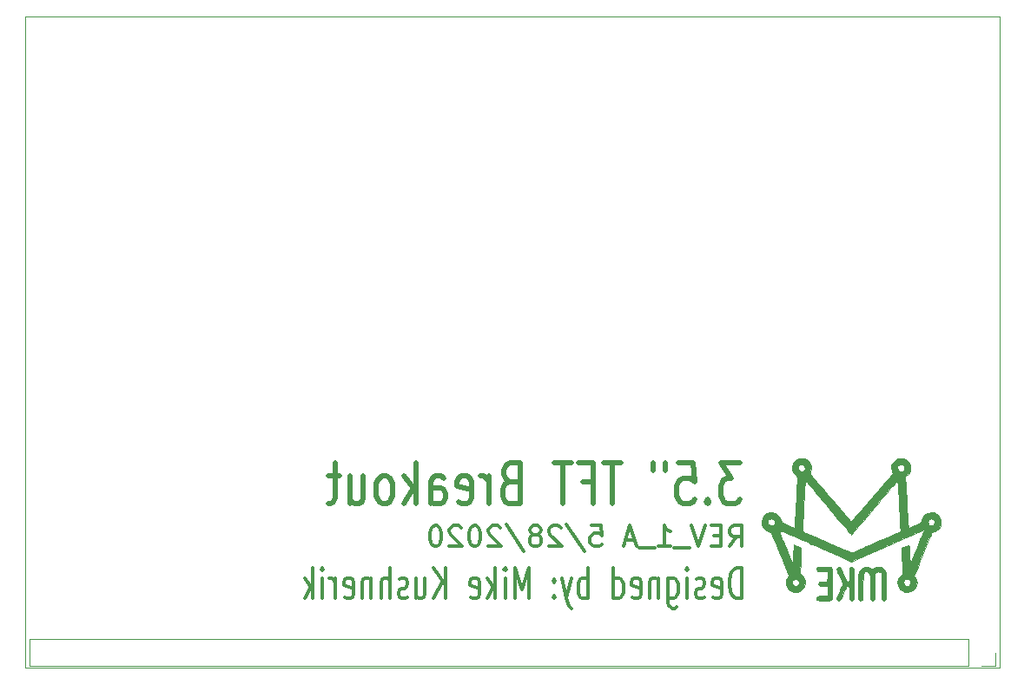
<source format=gbr>
G04 #@! TF.GenerationSoftware,KiCad,Pcbnew,(5.1.5)-3*
G04 #@! TF.CreationDate,2020-05-28T15:20:15-05:00*
G04 #@! TF.ProjectId,37P_TFT_Breakout,3337505f-5446-4545-9f42-7265616b6f75,rev?*
G04 #@! TF.SameCoordinates,Original*
G04 #@! TF.FileFunction,Legend,Bot*
G04 #@! TF.FilePolarity,Positive*
%FSLAX46Y46*%
G04 Gerber Fmt 4.6, Leading zero omitted, Abs format (unit mm)*
G04 Created by KiCad (PCBNEW (5.1.5)-3) date 2020-05-28 15:20:15*
%MOMM*%
%LPD*%
G04 APERTURE LIST*
%ADD10C,0.300000*%
%ADD11C,0.500000*%
G04 #@! TA.AperFunction,Profile*
%ADD12C,0.120000*%
G04 #@! TD*
%ADD13C,0.010000*%
%ADD14C,0.120000*%
G04 APERTURE END LIST*
D10*
X172343909Y-126711342D02*
X172343909Y-123711342D01*
X171867719Y-123711342D01*
X171582004Y-123854200D01*
X171391528Y-124139914D01*
X171296290Y-124425628D01*
X171201052Y-124997057D01*
X171201052Y-125425628D01*
X171296290Y-125997057D01*
X171391528Y-126282771D01*
X171582004Y-126568485D01*
X171867719Y-126711342D01*
X172343909Y-126711342D01*
X169582004Y-126568485D02*
X169772480Y-126711342D01*
X170153433Y-126711342D01*
X170343909Y-126568485D01*
X170439147Y-126282771D01*
X170439147Y-125139914D01*
X170343909Y-124854200D01*
X170153433Y-124711342D01*
X169772480Y-124711342D01*
X169582004Y-124854200D01*
X169486766Y-125139914D01*
X169486766Y-125425628D01*
X170439147Y-125711342D01*
X168724861Y-126568485D02*
X168534385Y-126711342D01*
X168153433Y-126711342D01*
X167962957Y-126568485D01*
X167867719Y-126282771D01*
X167867719Y-126139914D01*
X167962957Y-125854200D01*
X168153433Y-125711342D01*
X168439147Y-125711342D01*
X168629623Y-125568485D01*
X168724861Y-125282771D01*
X168724861Y-125139914D01*
X168629623Y-124854200D01*
X168439147Y-124711342D01*
X168153433Y-124711342D01*
X167962957Y-124854200D01*
X167010576Y-126711342D02*
X167010576Y-124711342D01*
X167010576Y-123711342D02*
X167105814Y-123854200D01*
X167010576Y-123997057D01*
X166915338Y-123854200D01*
X167010576Y-123711342D01*
X167010576Y-123997057D01*
X165201052Y-124711342D02*
X165201052Y-127139914D01*
X165296290Y-127425628D01*
X165391528Y-127568485D01*
X165582004Y-127711342D01*
X165867719Y-127711342D01*
X166058195Y-127568485D01*
X165201052Y-126568485D02*
X165391528Y-126711342D01*
X165772480Y-126711342D01*
X165962957Y-126568485D01*
X166058195Y-126425628D01*
X166153433Y-126139914D01*
X166153433Y-125282771D01*
X166058195Y-124997057D01*
X165962957Y-124854200D01*
X165772480Y-124711342D01*
X165391528Y-124711342D01*
X165201052Y-124854200D01*
X164248671Y-124711342D02*
X164248671Y-126711342D01*
X164248671Y-124997057D02*
X164153433Y-124854200D01*
X163962957Y-124711342D01*
X163677242Y-124711342D01*
X163486766Y-124854200D01*
X163391528Y-125139914D01*
X163391528Y-126711342D01*
X161677242Y-126568485D02*
X161867719Y-126711342D01*
X162248671Y-126711342D01*
X162439147Y-126568485D01*
X162534385Y-126282771D01*
X162534385Y-125139914D01*
X162439147Y-124854200D01*
X162248671Y-124711342D01*
X161867719Y-124711342D01*
X161677242Y-124854200D01*
X161582004Y-125139914D01*
X161582004Y-125425628D01*
X162534385Y-125711342D01*
X159867719Y-126711342D02*
X159867719Y-123711342D01*
X159867719Y-126568485D02*
X160058195Y-126711342D01*
X160439147Y-126711342D01*
X160629623Y-126568485D01*
X160724861Y-126425628D01*
X160820100Y-126139914D01*
X160820100Y-125282771D01*
X160724861Y-124997057D01*
X160629623Y-124854200D01*
X160439147Y-124711342D01*
X160058195Y-124711342D01*
X159867719Y-124854200D01*
X157391528Y-126711342D02*
X157391528Y-123711342D01*
X157391528Y-124854200D02*
X157201052Y-124711342D01*
X156820100Y-124711342D01*
X156629623Y-124854200D01*
X156534385Y-124997057D01*
X156439147Y-125282771D01*
X156439147Y-126139914D01*
X156534385Y-126425628D01*
X156629623Y-126568485D01*
X156820100Y-126711342D01*
X157201052Y-126711342D01*
X157391528Y-126568485D01*
X155772480Y-124711342D02*
X155296290Y-126711342D01*
X154820100Y-124711342D02*
X155296290Y-126711342D01*
X155486766Y-127425628D01*
X155582004Y-127568485D01*
X155772480Y-127711342D01*
X154058195Y-126425628D02*
X153962957Y-126568485D01*
X154058195Y-126711342D01*
X154153433Y-126568485D01*
X154058195Y-126425628D01*
X154058195Y-126711342D01*
X154058195Y-124854200D02*
X153962957Y-124997057D01*
X154058195Y-125139914D01*
X154153433Y-124997057D01*
X154058195Y-124854200D01*
X154058195Y-125139914D01*
X151582004Y-126711342D02*
X151582004Y-123711342D01*
X150915338Y-125854200D01*
X150248671Y-123711342D01*
X150248671Y-126711342D01*
X149296290Y-126711342D02*
X149296290Y-124711342D01*
X149296290Y-123711342D02*
X149391528Y-123854200D01*
X149296290Y-123997057D01*
X149201052Y-123854200D01*
X149296290Y-123711342D01*
X149296290Y-123997057D01*
X148343909Y-126711342D02*
X148343909Y-123711342D01*
X148153433Y-125568485D02*
X147582004Y-126711342D01*
X147582004Y-124711342D02*
X148343909Y-125854200D01*
X145962957Y-126568485D02*
X146153433Y-126711342D01*
X146534385Y-126711342D01*
X146724861Y-126568485D01*
X146820100Y-126282771D01*
X146820100Y-125139914D01*
X146724861Y-124854200D01*
X146534385Y-124711342D01*
X146153433Y-124711342D01*
X145962957Y-124854200D01*
X145867719Y-125139914D01*
X145867719Y-125425628D01*
X146820100Y-125711342D01*
X143486766Y-126711342D02*
X143486766Y-123711342D01*
X142343909Y-126711342D02*
X143201052Y-124997057D01*
X142343909Y-123711342D02*
X143486766Y-125425628D01*
X140629623Y-124711342D02*
X140629623Y-126711342D01*
X141486766Y-124711342D02*
X141486766Y-126282771D01*
X141391528Y-126568485D01*
X141201052Y-126711342D01*
X140915338Y-126711342D01*
X140724861Y-126568485D01*
X140629623Y-126425628D01*
X139772480Y-126568485D02*
X139582004Y-126711342D01*
X139201052Y-126711342D01*
X139010576Y-126568485D01*
X138915338Y-126282771D01*
X138915338Y-126139914D01*
X139010576Y-125854200D01*
X139201052Y-125711342D01*
X139486766Y-125711342D01*
X139677242Y-125568485D01*
X139772480Y-125282771D01*
X139772480Y-125139914D01*
X139677242Y-124854200D01*
X139486766Y-124711342D01*
X139201052Y-124711342D01*
X139010576Y-124854200D01*
X138058195Y-126711342D02*
X138058195Y-123711342D01*
X137201052Y-126711342D02*
X137201052Y-125139914D01*
X137296290Y-124854200D01*
X137486766Y-124711342D01*
X137772480Y-124711342D01*
X137962957Y-124854200D01*
X138058195Y-124997057D01*
X136248671Y-124711342D02*
X136248671Y-126711342D01*
X136248671Y-124997057D02*
X136153433Y-124854200D01*
X135962957Y-124711342D01*
X135677242Y-124711342D01*
X135486766Y-124854200D01*
X135391528Y-125139914D01*
X135391528Y-126711342D01*
X133677242Y-126568485D02*
X133867719Y-126711342D01*
X134248671Y-126711342D01*
X134439147Y-126568485D01*
X134534385Y-126282771D01*
X134534385Y-125139914D01*
X134439147Y-124854200D01*
X134248671Y-124711342D01*
X133867719Y-124711342D01*
X133677242Y-124854200D01*
X133582004Y-125139914D01*
X133582004Y-125425628D01*
X134534385Y-125711342D01*
X132724861Y-126711342D02*
X132724861Y-124711342D01*
X132724861Y-125282771D02*
X132629623Y-124997057D01*
X132534385Y-124854200D01*
X132343909Y-124711342D01*
X132153433Y-124711342D01*
X131486766Y-126711342D02*
X131486766Y-124711342D01*
X131486766Y-123711342D02*
X131582004Y-123854200D01*
X131486766Y-123997057D01*
X131391528Y-123854200D01*
X131486766Y-123711342D01*
X131486766Y-123997057D01*
X130534385Y-126711342D02*
X130534385Y-123711342D01*
X130343909Y-125568485D02*
X129772480Y-126711342D01*
X129772480Y-124711342D02*
X130534385Y-125854200D01*
X171201052Y-121610761D02*
X171867719Y-120658380D01*
X172343909Y-121610761D02*
X172343909Y-119610761D01*
X171582004Y-119610761D01*
X171391528Y-119706000D01*
X171296290Y-119801238D01*
X171201052Y-119991714D01*
X171201052Y-120277428D01*
X171296290Y-120467904D01*
X171391528Y-120563142D01*
X171582004Y-120658380D01*
X172343909Y-120658380D01*
X170343909Y-120563142D02*
X169677242Y-120563142D01*
X169391528Y-121610761D02*
X170343909Y-121610761D01*
X170343909Y-119610761D01*
X169391528Y-119610761D01*
X168820100Y-119610761D02*
X168153433Y-121610761D01*
X167486766Y-119610761D01*
X167296290Y-121801238D02*
X165772480Y-121801238D01*
X164248671Y-121610761D02*
X165391528Y-121610761D01*
X164820100Y-121610761D02*
X164820100Y-119610761D01*
X165010576Y-119896476D01*
X165201052Y-120086952D01*
X165391528Y-120182190D01*
X163867719Y-121801238D02*
X162343909Y-121801238D01*
X161962957Y-121039333D02*
X161010576Y-121039333D01*
X162153433Y-121610761D02*
X161486766Y-119610761D01*
X160820100Y-121610761D01*
X157677242Y-119610761D02*
X158629623Y-119610761D01*
X158724861Y-120563142D01*
X158629623Y-120467904D01*
X158439147Y-120372666D01*
X157962957Y-120372666D01*
X157772480Y-120467904D01*
X157677242Y-120563142D01*
X157582004Y-120753619D01*
X157582004Y-121229809D01*
X157677242Y-121420285D01*
X157772480Y-121515523D01*
X157962957Y-121610761D01*
X158439147Y-121610761D01*
X158629623Y-121515523D01*
X158724861Y-121420285D01*
X155296290Y-119515523D02*
X157010576Y-122086952D01*
X154724861Y-119801238D02*
X154629623Y-119706000D01*
X154439147Y-119610761D01*
X153962957Y-119610761D01*
X153772480Y-119706000D01*
X153677242Y-119801238D01*
X153582004Y-119991714D01*
X153582004Y-120182190D01*
X153677242Y-120467904D01*
X154820100Y-121610761D01*
X153582004Y-121610761D01*
X152439147Y-120467904D02*
X152629623Y-120372666D01*
X152724861Y-120277428D01*
X152820100Y-120086952D01*
X152820100Y-119991714D01*
X152724861Y-119801238D01*
X152629623Y-119706000D01*
X152439147Y-119610761D01*
X152058195Y-119610761D01*
X151867719Y-119706000D01*
X151772480Y-119801238D01*
X151677242Y-119991714D01*
X151677242Y-120086952D01*
X151772480Y-120277428D01*
X151867719Y-120372666D01*
X152058195Y-120467904D01*
X152439147Y-120467904D01*
X152629623Y-120563142D01*
X152724861Y-120658380D01*
X152820100Y-120848857D01*
X152820100Y-121229809D01*
X152724861Y-121420285D01*
X152629623Y-121515523D01*
X152439147Y-121610761D01*
X152058195Y-121610761D01*
X151867719Y-121515523D01*
X151772480Y-121420285D01*
X151677242Y-121229809D01*
X151677242Y-120848857D01*
X151772480Y-120658380D01*
X151867719Y-120563142D01*
X152058195Y-120467904D01*
X149391528Y-119515523D02*
X151105814Y-122086952D01*
X148820100Y-119801238D02*
X148724861Y-119706000D01*
X148534385Y-119610761D01*
X148058195Y-119610761D01*
X147867719Y-119706000D01*
X147772480Y-119801238D01*
X147677242Y-119991714D01*
X147677242Y-120182190D01*
X147772480Y-120467904D01*
X148915338Y-121610761D01*
X147677242Y-121610761D01*
X146439147Y-119610761D02*
X146248671Y-119610761D01*
X146058195Y-119706000D01*
X145962957Y-119801238D01*
X145867719Y-119991714D01*
X145772480Y-120372666D01*
X145772480Y-120848857D01*
X145867719Y-121229809D01*
X145962957Y-121420285D01*
X146058195Y-121515523D01*
X146248671Y-121610761D01*
X146439147Y-121610761D01*
X146629623Y-121515523D01*
X146724861Y-121420285D01*
X146820100Y-121229809D01*
X146915338Y-120848857D01*
X146915338Y-120372666D01*
X146820100Y-119991714D01*
X146724861Y-119801238D01*
X146629623Y-119706000D01*
X146439147Y-119610761D01*
X145010576Y-119801238D02*
X144915338Y-119706000D01*
X144724861Y-119610761D01*
X144248671Y-119610761D01*
X144058195Y-119706000D01*
X143962957Y-119801238D01*
X143867719Y-119991714D01*
X143867719Y-120182190D01*
X143962957Y-120467904D01*
X145105814Y-121610761D01*
X143867719Y-121610761D01*
X142629623Y-119610761D02*
X142439147Y-119610761D01*
X142248671Y-119706000D01*
X142153433Y-119801238D01*
X142058195Y-119991714D01*
X141962957Y-120372666D01*
X141962957Y-120848857D01*
X142058195Y-121229809D01*
X142153433Y-121420285D01*
X142248671Y-121515523D01*
X142439147Y-121610761D01*
X142629623Y-121610761D01*
X142820100Y-121515523D01*
X142915338Y-121420285D01*
X143010576Y-121229809D01*
X143105814Y-120848857D01*
X143105814Y-120372666D01*
X143010576Y-119991714D01*
X142915338Y-119801238D01*
X142820100Y-119706000D01*
X142629623Y-119610761D01*
D11*
X172185328Y-113435523D02*
X170328186Y-113435523D01*
X171328186Y-114959333D01*
X170899614Y-114959333D01*
X170613900Y-115149809D01*
X170471043Y-115340285D01*
X170328186Y-115721238D01*
X170328186Y-116673619D01*
X170471043Y-117054571D01*
X170613900Y-117245047D01*
X170899614Y-117435523D01*
X171756757Y-117435523D01*
X172042471Y-117245047D01*
X172185328Y-117054571D01*
X169042472Y-117054571D02*
X168899615Y-117245047D01*
X169042472Y-117435523D01*
X169185329Y-117245047D01*
X169042472Y-117054571D01*
X169042472Y-117435523D01*
X166185330Y-113435523D02*
X167613901Y-113435523D01*
X167756758Y-115340285D01*
X167613901Y-115149809D01*
X167328187Y-114959333D01*
X166613902Y-114959333D01*
X166328187Y-115149809D01*
X166185330Y-115340285D01*
X166042473Y-115721238D01*
X166042473Y-116673619D01*
X166185330Y-117054571D01*
X166328187Y-117245047D01*
X166613902Y-117435523D01*
X167328187Y-117435523D01*
X167613901Y-117245047D01*
X167756758Y-117054571D01*
X164899616Y-113435523D02*
X164899616Y-114197428D01*
X163756760Y-113435523D02*
X163756760Y-114197428D01*
X160613904Y-113435523D02*
X158899618Y-113435523D01*
X159756761Y-117435523D02*
X159756761Y-113435523D01*
X156899619Y-115340285D02*
X157899619Y-115340285D01*
X157899619Y-117435523D02*
X157899619Y-113435523D01*
X156471048Y-113435523D01*
X155756762Y-113435523D02*
X154042477Y-113435523D01*
X154899620Y-117435523D02*
X154899620Y-113435523D01*
X149756764Y-115340285D02*
X149328193Y-115530761D01*
X149185336Y-115721238D01*
X149042479Y-116102190D01*
X149042479Y-116673619D01*
X149185336Y-117054571D01*
X149328193Y-117245047D01*
X149613907Y-117435523D01*
X150756764Y-117435523D01*
X150756764Y-113435523D01*
X149756764Y-113435523D01*
X149471050Y-113626000D01*
X149328193Y-113816476D01*
X149185336Y-114197428D01*
X149185336Y-114578380D01*
X149328193Y-114959333D01*
X149471050Y-115149809D01*
X149756764Y-115340285D01*
X150756764Y-115340285D01*
X147756765Y-117435523D02*
X147756765Y-114768857D01*
X147756765Y-115530761D02*
X147613908Y-115149809D01*
X147471051Y-114959333D01*
X147185337Y-114768857D01*
X146899622Y-114768857D01*
X144756766Y-117245047D02*
X145042480Y-117435523D01*
X145613909Y-117435523D01*
X145899623Y-117245047D01*
X146042480Y-116864095D01*
X146042480Y-115340285D01*
X145899623Y-114959333D01*
X145613909Y-114768857D01*
X145042480Y-114768857D01*
X144756766Y-114959333D01*
X144613909Y-115340285D01*
X144613909Y-115721238D01*
X146042480Y-116102190D01*
X142042481Y-117435523D02*
X142042481Y-115340285D01*
X142185338Y-114959333D01*
X142471052Y-114768857D01*
X143042481Y-114768857D01*
X143328195Y-114959333D01*
X142042481Y-117245047D02*
X142328195Y-117435523D01*
X143042481Y-117435523D01*
X143328195Y-117245047D01*
X143471052Y-116864095D01*
X143471052Y-116483142D01*
X143328195Y-116102190D01*
X143042481Y-115911714D01*
X142328195Y-115911714D01*
X142042481Y-115721238D01*
X140613910Y-117435523D02*
X140613910Y-113435523D01*
X140328196Y-115911714D02*
X139471053Y-117435523D01*
X139471053Y-114768857D02*
X140613910Y-116292666D01*
X137756768Y-117435523D02*
X138042482Y-117245047D01*
X138185340Y-117054571D01*
X138328197Y-116673619D01*
X138328197Y-115530761D01*
X138185340Y-115149809D01*
X138042482Y-114959333D01*
X137756768Y-114768857D01*
X137328197Y-114768857D01*
X137042483Y-114959333D01*
X136899626Y-115149809D01*
X136756769Y-115530761D01*
X136756769Y-116673619D01*
X136899626Y-117054571D01*
X137042483Y-117245047D01*
X137328197Y-117435523D01*
X137756768Y-117435523D01*
X134185341Y-114768857D02*
X134185341Y-117435523D01*
X135471055Y-114768857D02*
X135471055Y-116864095D01*
X135328198Y-117245047D01*
X135042483Y-117435523D01*
X134613912Y-117435523D01*
X134328198Y-117245047D01*
X134185341Y-117054571D01*
X133185341Y-114768857D02*
X132042484Y-114768857D01*
X132756770Y-113435523D02*
X132756770Y-116864095D01*
X132613913Y-117245047D01*
X132328199Y-117435523D01*
X132042484Y-117435523D01*
D12*
X197500000Y-70000000D02*
X197500000Y-133500000D01*
X102500000Y-70000000D02*
X197500000Y-70000000D01*
X102500000Y-133500000D02*
X102500000Y-70000000D01*
X102500000Y-133500000D02*
X197500000Y-133500000D01*
D13*
G04 #@! TO.C,G\002A\002A\002A*
G36*
X187712459Y-113045455D02*
G01*
X187563067Y-113080110D01*
X187346293Y-113193717D01*
X187171605Y-113353507D01*
X187043512Y-113549309D01*
X186966522Y-113770950D01*
X186945143Y-114008261D01*
X186983885Y-114251069D01*
X187009761Y-114328387D01*
X187046661Y-114435498D01*
X187056470Y-114501173D01*
X187041078Y-114545195D01*
X187031646Y-114557350D01*
X187001963Y-114592181D01*
X186932424Y-114673876D01*
X186827054Y-114797704D01*
X186689880Y-114958934D01*
X186524926Y-115152833D01*
X186336219Y-115374670D01*
X186127784Y-115619713D01*
X185903646Y-115883229D01*
X185704760Y-116117067D01*
X185444390Y-116423073D01*
X185175462Y-116738906D01*
X184905119Y-117056188D01*
X184640508Y-117366545D01*
X184388771Y-117661600D01*
X184157054Y-117932977D01*
X183952501Y-118172300D01*
X183782257Y-118371195D01*
X183733997Y-118427493D01*
X183045012Y-119230854D01*
X181078750Y-116937360D01*
X180787139Y-116597054D01*
X180507561Y-116270472D01*
X180243245Y-115961403D01*
X179997418Y-115673635D01*
X179773310Y-115410960D01*
X179574147Y-115177166D01*
X179403159Y-114976042D01*
X179263574Y-114811378D01*
X179158619Y-114686963D01*
X179091524Y-114606587D01*
X179065857Y-114574572D01*
X179041799Y-114525264D01*
X179041646Y-114467862D01*
X179067234Y-114380333D01*
X179086330Y-114328676D01*
X179145346Y-114086156D01*
X179143876Y-113947345D01*
X178548507Y-113947345D01*
X178538724Y-114078262D01*
X178473907Y-114193529D01*
X178398598Y-114255563D01*
X178260615Y-114313576D01*
X178129073Y-114309007D01*
X178040745Y-114273873D01*
X177940079Y-114188850D01*
X177883682Y-114072718D01*
X177870634Y-113942902D01*
X177900018Y-113816828D01*
X177970914Y-113711919D01*
X178073725Y-113648472D01*
X178196231Y-113616160D01*
X178288633Y-113624035D01*
X178378025Y-113676006D01*
X178402565Y-113695915D01*
X178503155Y-113815117D01*
X178548507Y-113947345D01*
X179143876Y-113947345D01*
X179142801Y-113845916D01*
X179083195Y-113618115D01*
X178971030Y-113412909D01*
X178810805Y-113240458D01*
X178607021Y-113110918D01*
X178533134Y-113080110D01*
X178361758Y-113042844D01*
X178162072Y-113038634D01*
X177964041Y-113066012D01*
X177814410Y-113115315D01*
X177624863Y-113237224D01*
X177464446Y-113405618D01*
X177343392Y-113604870D01*
X177271936Y-113819352D01*
X177256900Y-113966533D01*
X177287758Y-114183910D01*
X177373486Y-114400086D01*
X177503811Y-114595300D01*
X177661314Y-114744618D01*
X177729754Y-114800263D01*
X177763163Y-114853443D01*
X177772421Y-114930379D01*
X177770546Y-115007860D01*
X177760740Y-115232559D01*
X177748282Y-115496025D01*
X177733543Y-115791887D01*
X177716895Y-116113777D01*
X177698708Y-116455327D01*
X177679353Y-116810167D01*
X177659202Y-117171928D01*
X177638625Y-117534242D01*
X177617994Y-117890740D01*
X177597679Y-118235053D01*
X177578053Y-118560811D01*
X177559484Y-118861647D01*
X177542346Y-119131191D01*
X177527009Y-119363075D01*
X177513844Y-119550929D01*
X177503221Y-119688385D01*
X177495513Y-119769074D01*
X177492023Y-119788399D01*
X177452414Y-119785358D01*
X177359257Y-119756428D01*
X177220316Y-119704501D01*
X177043354Y-119632473D01*
X176845971Y-119547569D01*
X176228827Y-119276073D01*
X176222883Y-119254358D01*
X175597408Y-119254358D01*
X175576873Y-119378644D01*
X175507518Y-119491548D01*
X175411167Y-119566025D01*
X175277295Y-119603542D01*
X175136532Y-119582543D01*
X175025450Y-119518625D01*
X174930815Y-119400561D01*
X174896192Y-119263854D01*
X174924690Y-119122712D01*
X174934387Y-119102451D01*
X175007313Y-119000593D01*
X175105105Y-118945683D01*
X175245699Y-118928084D01*
X175259146Y-118928000D01*
X175399990Y-118955512D01*
X175505575Y-119028563D01*
X175572511Y-119132921D01*
X175597408Y-119254358D01*
X176222883Y-119254358D01*
X176172119Y-119068907D01*
X176074206Y-118820276D01*
X175933425Y-118617066D01*
X175757373Y-118462896D01*
X175553648Y-118361387D01*
X175329848Y-118316159D01*
X175093570Y-118330832D01*
X174852413Y-118409028D01*
X174819956Y-118424619D01*
X174610128Y-118561816D01*
X174456592Y-118736108D01*
X174358659Y-118948644D01*
X174315636Y-119200572D01*
X174313408Y-119266666D01*
X174342962Y-119509523D01*
X174431972Y-119730594D01*
X174573292Y-119920416D01*
X174759775Y-120069525D01*
X174984274Y-120168456D01*
X174997178Y-120172141D01*
X175111781Y-120208051D01*
X175182763Y-120247197D01*
X175232777Y-120306788D01*
X175273585Y-120382078D01*
X175299755Y-120440569D01*
X175348624Y-120556066D01*
X175417785Y-120722670D01*
X175504828Y-120934478D01*
X175607347Y-121185590D01*
X175722932Y-121470106D01*
X175849174Y-121782123D01*
X175983667Y-122115742D01*
X176124000Y-122465061D01*
X176138699Y-122501720D01*
X176926483Y-124466773D01*
X176822281Y-124631082D01*
X176713920Y-124858725D01*
X176667295Y-125092563D01*
X176678930Y-125323070D01*
X176745348Y-125540722D01*
X176863071Y-125735994D01*
X177028622Y-125899361D01*
X177238524Y-126021298D01*
X177343655Y-126059256D01*
X177590916Y-126101746D01*
X177826705Y-126077625D01*
X178049076Y-125987342D01*
X178231144Y-125854395D01*
X178390707Y-125680497D01*
X178490244Y-125493809D01*
X178535295Y-125280525D01*
X178536565Y-125093213D01*
X178536410Y-125091743D01*
X177947445Y-125091743D01*
X177946026Y-125221979D01*
X177932933Y-125264206D01*
X177850314Y-125388506D01*
X177733257Y-125468608D01*
X177598449Y-125498705D01*
X177462578Y-125472987D01*
X177411533Y-125445682D01*
X177319534Y-125349245D01*
X177272280Y-125222986D01*
X177270887Y-125087396D01*
X177316472Y-124962967D01*
X177381260Y-124890001D01*
X177491489Y-124838296D01*
X177627042Y-124821337D01*
X177757042Y-124840402D01*
X177822506Y-124871705D01*
X177903591Y-124965456D01*
X177947445Y-125091743D01*
X178536410Y-125091743D01*
X178521244Y-124948554D01*
X178495747Y-124818640D01*
X178465720Y-124730963D01*
X178387809Y-124614167D01*
X178277538Y-124487226D01*
X178159295Y-124376975D01*
X178110966Y-124340625D01*
X178033698Y-124287994D01*
X178102701Y-123041887D01*
X178118086Y-122758603D01*
X178131696Y-122497324D01*
X178143181Y-122265597D01*
X178152194Y-122070963D01*
X178158385Y-121920968D01*
X178161406Y-121823153D01*
X178160908Y-121785064D01*
X178160793Y-121784871D01*
X178124451Y-121765076D01*
X178042588Y-121727089D01*
X177930291Y-121677337D01*
X177802644Y-121622252D01*
X177674732Y-121568264D01*
X177561641Y-121521801D01*
X177478455Y-121489295D01*
X177440260Y-121477174D01*
X177439421Y-121477390D01*
X177434972Y-121512429D01*
X177427419Y-121606246D01*
X177417356Y-121749984D01*
X177405375Y-121934791D01*
X177392072Y-122151810D01*
X177378039Y-122392188D01*
X177377764Y-122397002D01*
X177363595Y-122637966D01*
X177349925Y-122855939D01*
X177337380Y-123042023D01*
X177326587Y-123187318D01*
X177318175Y-123282925D01*
X177312769Y-123319944D01*
X177312708Y-123320014D01*
X177295412Y-123294091D01*
X177254650Y-123207675D01*
X177191516Y-123063401D01*
X177107099Y-122863900D01*
X177002492Y-122611806D01*
X176878786Y-122309752D01*
X176737073Y-121960370D01*
X176578443Y-121566295D01*
X176403988Y-121130159D01*
X176378171Y-121065410D01*
X176279948Y-120817494D01*
X176191023Y-120590191D01*
X176114236Y-120390983D01*
X176052427Y-120227357D01*
X176008434Y-120106796D01*
X175985097Y-120036786D01*
X175982314Y-120021964D01*
X176014286Y-120032973D01*
X176101520Y-120068198D01*
X176237224Y-120124708D01*
X176414606Y-120199573D01*
X176626873Y-120289860D01*
X176867232Y-120392638D01*
X177128891Y-120504977D01*
X177405058Y-120623944D01*
X177688940Y-120746610D01*
X177973744Y-120870041D01*
X178252679Y-120991308D01*
X178518951Y-121107478D01*
X178765769Y-121215621D01*
X178986339Y-121312805D01*
X179173870Y-121396100D01*
X179321568Y-121462573D01*
X179339700Y-121470835D01*
X179407334Y-121501101D01*
X179529545Y-121555149D01*
X179698821Y-121629690D01*
X179907650Y-121721436D01*
X180148520Y-121827100D01*
X180413920Y-121943393D01*
X180696337Y-122067027D01*
X180988259Y-122194715D01*
X181282175Y-122323168D01*
X181570572Y-122449097D01*
X181845939Y-122569216D01*
X182100764Y-122680236D01*
X182327534Y-122778869D01*
X182396426Y-122808788D01*
X183048618Y-123091897D01*
X184174426Y-122597635D01*
X184459028Y-122472781D01*
X184746795Y-122346711D01*
X185026200Y-122224464D01*
X185285716Y-122111076D01*
X185513817Y-122011585D01*
X185698976Y-121931028D01*
X185791300Y-121891008D01*
X185919040Y-121835553D01*
X186100714Y-121756374D01*
X186328248Y-121657004D01*
X186593568Y-121540977D01*
X186888600Y-121411826D01*
X187205271Y-121273083D01*
X187535507Y-121128282D01*
X187871234Y-120980956D01*
X187958767Y-120942524D01*
X188377338Y-120758791D01*
X188738193Y-120600567D01*
X189045593Y-120466040D01*
X189303799Y-120353398D01*
X189517072Y-120260827D01*
X189689675Y-120186514D01*
X189825868Y-120128647D01*
X189929912Y-120085412D01*
X190006070Y-120054996D01*
X190058602Y-120035587D01*
X190091770Y-120025372D01*
X190109835Y-120022537D01*
X190116472Y-120024549D01*
X190106928Y-120057672D01*
X190074407Y-120147487D01*
X190021287Y-120287879D01*
X189949944Y-120472733D01*
X189862756Y-120695932D01*
X189762099Y-120951360D01*
X189650351Y-121232901D01*
X189529890Y-121534440D01*
X189520725Y-121557304D01*
X189368516Y-121936941D01*
X189239540Y-122258478D01*
X189131815Y-122526681D01*
X189043357Y-122746315D01*
X188972185Y-122922146D01*
X188916316Y-123058939D01*
X188873767Y-123161459D01*
X188842556Y-123234472D01*
X188820700Y-123282743D01*
X188806216Y-123311036D01*
X188797122Y-123324119D01*
X188791435Y-123326755D01*
X188787173Y-123323711D01*
X188786225Y-123322747D01*
X188780343Y-123286235D01*
X188771490Y-123191012D01*
X188760314Y-123046003D01*
X188747462Y-122860132D01*
X188733582Y-122642324D01*
X188719321Y-122401505D01*
X188719102Y-122397668D01*
X188705031Y-122156898D01*
X188691661Y-121939297D01*
X188679589Y-121753724D01*
X188669412Y-121609037D01*
X188661727Y-121514095D01*
X188657132Y-121477754D01*
X188657077Y-121477688D01*
X188625138Y-121486883D01*
X188546420Y-121517229D01*
X188436014Y-121562301D01*
X188309008Y-121615676D01*
X188180491Y-121670932D01*
X188065552Y-121721645D01*
X187979281Y-121761391D01*
X187936766Y-121783748D01*
X187935364Y-121784914D01*
X187933871Y-121817211D01*
X187935941Y-121908372D01*
X187941629Y-122059565D01*
X187950989Y-122271960D01*
X187964075Y-122546726D01*
X187980944Y-122885032D01*
X188001649Y-123288047D01*
X188026246Y-123756941D01*
X188039633Y-124009176D01*
X188055024Y-124298218D01*
X187940607Y-124376617D01*
X187765835Y-124534413D01*
X187642154Y-124726036D01*
X187570065Y-124940273D01*
X187550070Y-125165913D01*
X187582668Y-125391744D01*
X187668361Y-125606555D01*
X187807650Y-125799133D01*
X187874164Y-125863647D01*
X188083805Y-126007261D01*
X188310283Y-126085717D01*
X188549504Y-126098206D01*
X188792605Y-126045575D01*
X189015211Y-125935986D01*
X189193670Y-125782080D01*
X189324667Y-125593581D01*
X189404886Y-125380214D01*
X189431012Y-125151704D01*
X189429175Y-125137962D01*
X188832280Y-125137962D01*
X188810259Y-125279617D01*
X188723195Y-125408665D01*
X188671521Y-125454723D01*
X188584952Y-125488622D01*
X188466899Y-125494330D01*
X188347652Y-125471433D01*
X188317592Y-125459574D01*
X188246426Y-125403313D01*
X188183674Y-125316375D01*
X188177381Y-125303881D01*
X188139518Y-125163757D01*
X188156191Y-125038242D01*
X188215758Y-124933338D01*
X188306581Y-124855049D01*
X188417020Y-124809376D01*
X188535434Y-124802323D01*
X188650185Y-124839891D01*
X188749632Y-124928085D01*
X188787927Y-124989025D01*
X188832280Y-125137962D01*
X189429175Y-125137962D01*
X189399732Y-124917774D01*
X189307730Y-124688149D01*
X189274473Y-124631955D01*
X189170826Y-124468520D01*
X189515842Y-123603260D01*
X189755418Y-123003417D01*
X189971079Y-122465554D01*
X190163323Y-121988470D01*
X190332647Y-121570965D01*
X190479549Y-121211836D01*
X190604527Y-120909883D01*
X190708079Y-120663905D01*
X190790702Y-120472702D01*
X190852893Y-120335072D01*
X190895152Y-120249814D01*
X190917974Y-120215727D01*
X190920042Y-120214933D01*
X191045488Y-120193680D01*
X191195769Y-120137309D01*
X191346186Y-120056905D01*
X191403014Y-120015360D01*
X187823325Y-120015360D01*
X187823300Y-120171386D01*
X186172300Y-120893750D01*
X185828697Y-121044155D01*
X185480258Y-121196804D01*
X185136460Y-121347535D01*
X184806781Y-121492189D01*
X184500698Y-121626605D01*
X184227688Y-121746623D01*
X183997230Y-121848083D01*
X183818800Y-121926825D01*
X183810100Y-121930672D01*
X183604686Y-122020744D01*
X183418673Y-122100825D01*
X183261412Y-122167011D01*
X183142253Y-122215396D01*
X183070546Y-122242076D01*
X183054908Y-122246082D01*
X183016832Y-122232973D01*
X182922230Y-122194896D01*
X182776560Y-122134184D01*
X182585282Y-122053175D01*
X182353856Y-121954203D01*
X182087739Y-121839603D01*
X181792392Y-121711712D01*
X181473274Y-121572864D01*
X181135844Y-121425395D01*
X181107575Y-121413012D01*
X180625342Y-121201735D01*
X180201382Y-121016011D01*
X179831935Y-120854200D01*
X179513239Y-120714665D01*
X179241530Y-120595766D01*
X179013049Y-120495866D01*
X178824032Y-120413325D01*
X178670717Y-120346505D01*
X178549343Y-120293767D01*
X178456149Y-120253473D01*
X178387371Y-120223984D01*
X178339249Y-120203662D01*
X178308020Y-120190869D01*
X178289922Y-120183964D01*
X178281193Y-120181311D01*
X178279213Y-120181066D01*
X178275501Y-120149460D01*
X178275631Y-120063434D01*
X178279364Y-119936180D01*
X178286347Y-119783133D01*
X178291920Y-119676324D01*
X178300573Y-119509293D01*
X178311926Y-119289463D01*
X178325596Y-119024258D01*
X178341201Y-118721100D01*
X178358358Y-118387413D01*
X178376686Y-118030620D01*
X178395803Y-117658143D01*
X178412309Y-117336267D01*
X178431601Y-116969685D01*
X178450816Y-116623019D01*
X178469560Y-116302217D01*
X178487438Y-116013228D01*
X178504056Y-115761999D01*
X178519022Y-115554478D01*
X178531941Y-115396614D01*
X178542419Y-115294356D01*
X178550062Y-115253650D01*
X178550219Y-115253467D01*
X178555625Y-115246277D01*
X178560496Y-115239959D01*
X178567283Y-115237329D01*
X178578436Y-115241209D01*
X178596407Y-115254416D01*
X178623645Y-115279769D01*
X178662602Y-115320088D01*
X178715728Y-115378192D01*
X178785474Y-115456899D01*
X178874291Y-115559030D01*
X178984628Y-115687402D01*
X179118938Y-115844835D01*
X179279670Y-116034148D01*
X179469276Y-116258159D01*
X179690205Y-116519689D01*
X179944909Y-116821556D01*
X180235838Y-117166578D01*
X180565444Y-117557576D01*
X180936175Y-117997368D01*
X180955559Y-118020361D01*
X181252767Y-118372703D01*
X181537598Y-118709968D01*
X181807027Y-119028596D01*
X182058029Y-119325028D01*
X182287580Y-119595707D01*
X182492653Y-119837071D01*
X182670225Y-120045564D01*
X182817271Y-120217626D01*
X182930766Y-120349697D01*
X183007684Y-120438220D01*
X183045002Y-120479635D01*
X183048100Y-120482358D01*
X183071986Y-120457048D01*
X183136204Y-120383690D01*
X183237517Y-120266095D01*
X183372687Y-120108072D01*
X183538475Y-119913434D01*
X183731643Y-119685990D01*
X183948953Y-119429552D01*
X184187167Y-119147930D01*
X184443046Y-118844935D01*
X184713353Y-118524377D01*
X184876900Y-118330205D01*
X185273712Y-117858941D01*
X185629205Y-117436884D01*
X185945636Y-117061390D01*
X186225266Y-116729813D01*
X186470353Y-116439509D01*
X186683157Y-116187832D01*
X186865938Y-115972139D01*
X187020953Y-115789784D01*
X187150463Y-115638122D01*
X187256727Y-115514509D01*
X187342004Y-115416299D01*
X187408554Y-115340848D01*
X187458634Y-115285511D01*
X187494506Y-115247642D01*
X187518427Y-115224598D01*
X187532657Y-115213733D01*
X187539456Y-115212403D01*
X187539843Y-115212720D01*
X187548321Y-115250675D01*
X187559934Y-115342701D01*
X187573197Y-115475295D01*
X187586629Y-115634955D01*
X187587585Y-115647415D01*
X187595886Y-115766525D01*
X187606882Y-115939777D01*
X187620171Y-116159755D01*
X187635354Y-116419045D01*
X187652031Y-116710234D01*
X187669800Y-117025908D01*
X187688263Y-117358652D01*
X187707019Y-117701052D01*
X187725668Y-118045694D01*
X187743810Y-118385165D01*
X187761044Y-118712049D01*
X187776971Y-119018933D01*
X187791190Y-119298404D01*
X187803301Y-119543046D01*
X187812904Y-119745445D01*
X187819599Y-119898188D01*
X187822986Y-119993861D01*
X187823325Y-120015360D01*
X191403014Y-120015360D01*
X191463903Y-119970847D01*
X191632131Y-119784730D01*
X191737136Y-119576234D01*
X191781128Y-119340477D01*
X191782793Y-119266666D01*
X191778717Y-119192701D01*
X191184225Y-119192701D01*
X191182176Y-119329878D01*
X191175849Y-119352093D01*
X191100003Y-119489084D01*
X190985807Y-119574294D01*
X190843538Y-119603094D01*
X190687057Y-119572236D01*
X190591244Y-119503045D01*
X190531580Y-119394154D01*
X190510502Y-119264608D01*
X190530447Y-119133453D01*
X190593851Y-119019737D01*
X190613734Y-118999083D01*
X190717532Y-118941854D01*
X190849356Y-118921486D01*
X190978939Y-118940351D01*
X191034838Y-118966107D01*
X191132150Y-119063334D01*
X191184225Y-119192701D01*
X191778717Y-119192701D01*
X191775366Y-119131894D01*
X191758423Y-119008260D01*
X191740790Y-118938700D01*
X191627083Y-118721794D01*
X191466936Y-118546961D01*
X191270325Y-118418788D01*
X191047223Y-118341859D01*
X190807605Y-118320761D01*
X190561445Y-118360081D01*
X190514458Y-118374862D01*
X190343546Y-118462914D01*
X190182554Y-118598748D01*
X190050820Y-118763070D01*
X189975698Y-118912392D01*
X189933154Y-119030833D01*
X189893798Y-119139256D01*
X189879680Y-119177674D01*
X189861891Y-119214606D01*
X189832515Y-119249991D01*
X189784127Y-119287923D01*
X189709302Y-119332494D01*
X189600616Y-119387798D01*
X189450643Y-119457928D01*
X189251959Y-119546975D01*
X189042500Y-119639165D01*
X188870699Y-119714333D01*
X188751138Y-119764340D01*
X188673744Y-119790572D01*
X188628445Y-119794417D01*
X188605167Y-119777261D01*
X188593837Y-119740492D01*
X188587287Y-119701849D01*
X188581456Y-119644566D01*
X188572550Y-119526082D01*
X188560933Y-119352840D01*
X188546972Y-119131284D01*
X188531032Y-118867858D01*
X188513479Y-118569007D01*
X188494679Y-118241174D01*
X188474997Y-117890804D01*
X188454799Y-117524340D01*
X188434451Y-117148227D01*
X188414319Y-116768908D01*
X188394769Y-116392828D01*
X188376165Y-116026431D01*
X188359292Y-115684749D01*
X188317707Y-114829098D01*
X188400703Y-114771936D01*
X188586113Y-114607822D01*
X188718296Y-114414541D01*
X188797972Y-114202114D01*
X188825860Y-113980558D01*
X188825524Y-113977353D01*
X188229700Y-113977353D01*
X188220188Y-114071753D01*
X188181759Y-114144972D01*
X188105739Y-114220756D01*
X188019457Y-114288043D01*
X187947467Y-114315236D01*
X187859355Y-114313125D01*
X187849110Y-114311801D01*
X187745311Y-114285502D01*
X187662043Y-114243907D01*
X187652613Y-114236241D01*
X187566300Y-114118067D01*
X187536655Y-113983828D01*
X187561172Y-113850421D01*
X187637346Y-113734743D01*
X187737337Y-113664618D01*
X187873206Y-113624352D01*
X187994996Y-113644956D01*
X188115453Y-113729039D01*
X188132440Y-113745529D01*
X188204330Y-113840350D01*
X188229022Y-113948511D01*
X188229700Y-113977353D01*
X188825524Y-113977353D01*
X188802679Y-113759893D01*
X188729148Y-113550138D01*
X188605987Y-113361311D01*
X188433915Y-113203433D01*
X188281791Y-113115315D01*
X188110155Y-113061247D01*
X187910390Y-113037472D01*
X187712459Y-113045455D01*
G37*
X187712459Y-113045455D02*
X187563067Y-113080110D01*
X187346293Y-113193717D01*
X187171605Y-113353507D01*
X187043512Y-113549309D01*
X186966522Y-113770950D01*
X186945143Y-114008261D01*
X186983885Y-114251069D01*
X187009761Y-114328387D01*
X187046661Y-114435498D01*
X187056470Y-114501173D01*
X187041078Y-114545195D01*
X187031646Y-114557350D01*
X187001963Y-114592181D01*
X186932424Y-114673876D01*
X186827054Y-114797704D01*
X186689880Y-114958934D01*
X186524926Y-115152833D01*
X186336219Y-115374670D01*
X186127784Y-115619713D01*
X185903646Y-115883229D01*
X185704760Y-116117067D01*
X185444390Y-116423073D01*
X185175462Y-116738906D01*
X184905119Y-117056188D01*
X184640508Y-117366545D01*
X184388771Y-117661600D01*
X184157054Y-117932977D01*
X183952501Y-118172300D01*
X183782257Y-118371195D01*
X183733997Y-118427493D01*
X183045012Y-119230854D01*
X181078750Y-116937360D01*
X180787139Y-116597054D01*
X180507561Y-116270472D01*
X180243245Y-115961403D01*
X179997418Y-115673635D01*
X179773310Y-115410960D01*
X179574147Y-115177166D01*
X179403159Y-114976042D01*
X179263574Y-114811378D01*
X179158619Y-114686963D01*
X179091524Y-114606587D01*
X179065857Y-114574572D01*
X179041799Y-114525264D01*
X179041646Y-114467862D01*
X179067234Y-114380333D01*
X179086330Y-114328676D01*
X179145346Y-114086156D01*
X179143876Y-113947345D01*
X178548507Y-113947345D01*
X178538724Y-114078262D01*
X178473907Y-114193529D01*
X178398598Y-114255563D01*
X178260615Y-114313576D01*
X178129073Y-114309007D01*
X178040745Y-114273873D01*
X177940079Y-114188850D01*
X177883682Y-114072718D01*
X177870634Y-113942902D01*
X177900018Y-113816828D01*
X177970914Y-113711919D01*
X178073725Y-113648472D01*
X178196231Y-113616160D01*
X178288633Y-113624035D01*
X178378025Y-113676006D01*
X178402565Y-113695915D01*
X178503155Y-113815117D01*
X178548507Y-113947345D01*
X179143876Y-113947345D01*
X179142801Y-113845916D01*
X179083195Y-113618115D01*
X178971030Y-113412909D01*
X178810805Y-113240458D01*
X178607021Y-113110918D01*
X178533134Y-113080110D01*
X178361758Y-113042844D01*
X178162072Y-113038634D01*
X177964041Y-113066012D01*
X177814410Y-113115315D01*
X177624863Y-113237224D01*
X177464446Y-113405618D01*
X177343392Y-113604870D01*
X177271936Y-113819352D01*
X177256900Y-113966533D01*
X177287758Y-114183910D01*
X177373486Y-114400086D01*
X177503811Y-114595300D01*
X177661314Y-114744618D01*
X177729754Y-114800263D01*
X177763163Y-114853443D01*
X177772421Y-114930379D01*
X177770546Y-115007860D01*
X177760740Y-115232559D01*
X177748282Y-115496025D01*
X177733543Y-115791887D01*
X177716895Y-116113777D01*
X177698708Y-116455327D01*
X177679353Y-116810167D01*
X177659202Y-117171928D01*
X177638625Y-117534242D01*
X177617994Y-117890740D01*
X177597679Y-118235053D01*
X177578053Y-118560811D01*
X177559484Y-118861647D01*
X177542346Y-119131191D01*
X177527009Y-119363075D01*
X177513844Y-119550929D01*
X177503221Y-119688385D01*
X177495513Y-119769074D01*
X177492023Y-119788399D01*
X177452414Y-119785358D01*
X177359257Y-119756428D01*
X177220316Y-119704501D01*
X177043354Y-119632473D01*
X176845971Y-119547569D01*
X176228827Y-119276073D01*
X176222883Y-119254358D01*
X175597408Y-119254358D01*
X175576873Y-119378644D01*
X175507518Y-119491548D01*
X175411167Y-119566025D01*
X175277295Y-119603542D01*
X175136532Y-119582543D01*
X175025450Y-119518625D01*
X174930815Y-119400561D01*
X174896192Y-119263854D01*
X174924690Y-119122712D01*
X174934387Y-119102451D01*
X175007313Y-119000593D01*
X175105105Y-118945683D01*
X175245699Y-118928084D01*
X175259146Y-118928000D01*
X175399990Y-118955512D01*
X175505575Y-119028563D01*
X175572511Y-119132921D01*
X175597408Y-119254358D01*
X176222883Y-119254358D01*
X176172119Y-119068907D01*
X176074206Y-118820276D01*
X175933425Y-118617066D01*
X175757373Y-118462896D01*
X175553648Y-118361387D01*
X175329848Y-118316159D01*
X175093570Y-118330832D01*
X174852413Y-118409028D01*
X174819956Y-118424619D01*
X174610128Y-118561816D01*
X174456592Y-118736108D01*
X174358659Y-118948644D01*
X174315636Y-119200572D01*
X174313408Y-119266666D01*
X174342962Y-119509523D01*
X174431972Y-119730594D01*
X174573292Y-119920416D01*
X174759775Y-120069525D01*
X174984274Y-120168456D01*
X174997178Y-120172141D01*
X175111781Y-120208051D01*
X175182763Y-120247197D01*
X175232777Y-120306788D01*
X175273585Y-120382078D01*
X175299755Y-120440569D01*
X175348624Y-120556066D01*
X175417785Y-120722670D01*
X175504828Y-120934478D01*
X175607347Y-121185590D01*
X175722932Y-121470106D01*
X175849174Y-121782123D01*
X175983667Y-122115742D01*
X176124000Y-122465061D01*
X176138699Y-122501720D01*
X176926483Y-124466773D01*
X176822281Y-124631082D01*
X176713920Y-124858725D01*
X176667295Y-125092563D01*
X176678930Y-125323070D01*
X176745348Y-125540722D01*
X176863071Y-125735994D01*
X177028622Y-125899361D01*
X177238524Y-126021298D01*
X177343655Y-126059256D01*
X177590916Y-126101746D01*
X177826705Y-126077625D01*
X178049076Y-125987342D01*
X178231144Y-125854395D01*
X178390707Y-125680497D01*
X178490244Y-125493809D01*
X178535295Y-125280525D01*
X178536565Y-125093213D01*
X178536410Y-125091743D01*
X177947445Y-125091743D01*
X177946026Y-125221979D01*
X177932933Y-125264206D01*
X177850314Y-125388506D01*
X177733257Y-125468608D01*
X177598449Y-125498705D01*
X177462578Y-125472987D01*
X177411533Y-125445682D01*
X177319534Y-125349245D01*
X177272280Y-125222986D01*
X177270887Y-125087396D01*
X177316472Y-124962967D01*
X177381260Y-124890001D01*
X177491489Y-124838296D01*
X177627042Y-124821337D01*
X177757042Y-124840402D01*
X177822506Y-124871705D01*
X177903591Y-124965456D01*
X177947445Y-125091743D01*
X178536410Y-125091743D01*
X178521244Y-124948554D01*
X178495747Y-124818640D01*
X178465720Y-124730963D01*
X178387809Y-124614167D01*
X178277538Y-124487226D01*
X178159295Y-124376975D01*
X178110966Y-124340625D01*
X178033698Y-124287994D01*
X178102701Y-123041887D01*
X178118086Y-122758603D01*
X178131696Y-122497324D01*
X178143181Y-122265597D01*
X178152194Y-122070963D01*
X178158385Y-121920968D01*
X178161406Y-121823153D01*
X178160908Y-121785064D01*
X178160793Y-121784871D01*
X178124451Y-121765076D01*
X178042588Y-121727089D01*
X177930291Y-121677337D01*
X177802644Y-121622252D01*
X177674732Y-121568264D01*
X177561641Y-121521801D01*
X177478455Y-121489295D01*
X177440260Y-121477174D01*
X177439421Y-121477390D01*
X177434972Y-121512429D01*
X177427419Y-121606246D01*
X177417356Y-121749984D01*
X177405375Y-121934791D01*
X177392072Y-122151810D01*
X177378039Y-122392188D01*
X177377764Y-122397002D01*
X177363595Y-122637966D01*
X177349925Y-122855939D01*
X177337380Y-123042023D01*
X177326587Y-123187318D01*
X177318175Y-123282925D01*
X177312769Y-123319944D01*
X177312708Y-123320014D01*
X177295412Y-123294091D01*
X177254650Y-123207675D01*
X177191516Y-123063401D01*
X177107099Y-122863900D01*
X177002492Y-122611806D01*
X176878786Y-122309752D01*
X176737073Y-121960370D01*
X176578443Y-121566295D01*
X176403988Y-121130159D01*
X176378171Y-121065410D01*
X176279948Y-120817494D01*
X176191023Y-120590191D01*
X176114236Y-120390983D01*
X176052427Y-120227357D01*
X176008434Y-120106796D01*
X175985097Y-120036786D01*
X175982314Y-120021964D01*
X176014286Y-120032973D01*
X176101520Y-120068198D01*
X176237224Y-120124708D01*
X176414606Y-120199573D01*
X176626873Y-120289860D01*
X176867232Y-120392638D01*
X177128891Y-120504977D01*
X177405058Y-120623944D01*
X177688940Y-120746610D01*
X177973744Y-120870041D01*
X178252679Y-120991308D01*
X178518951Y-121107478D01*
X178765769Y-121215621D01*
X178986339Y-121312805D01*
X179173870Y-121396100D01*
X179321568Y-121462573D01*
X179339700Y-121470835D01*
X179407334Y-121501101D01*
X179529545Y-121555149D01*
X179698821Y-121629690D01*
X179907650Y-121721436D01*
X180148520Y-121827100D01*
X180413920Y-121943393D01*
X180696337Y-122067027D01*
X180988259Y-122194715D01*
X181282175Y-122323168D01*
X181570572Y-122449097D01*
X181845939Y-122569216D01*
X182100764Y-122680236D01*
X182327534Y-122778869D01*
X182396426Y-122808788D01*
X183048618Y-123091897D01*
X184174426Y-122597635D01*
X184459028Y-122472781D01*
X184746795Y-122346711D01*
X185026200Y-122224464D01*
X185285716Y-122111076D01*
X185513817Y-122011585D01*
X185698976Y-121931028D01*
X185791300Y-121891008D01*
X185919040Y-121835553D01*
X186100714Y-121756374D01*
X186328248Y-121657004D01*
X186593568Y-121540977D01*
X186888600Y-121411826D01*
X187205271Y-121273083D01*
X187535507Y-121128282D01*
X187871234Y-120980956D01*
X187958767Y-120942524D01*
X188377338Y-120758791D01*
X188738193Y-120600567D01*
X189045593Y-120466040D01*
X189303799Y-120353398D01*
X189517072Y-120260827D01*
X189689675Y-120186514D01*
X189825868Y-120128647D01*
X189929912Y-120085412D01*
X190006070Y-120054996D01*
X190058602Y-120035587D01*
X190091770Y-120025372D01*
X190109835Y-120022537D01*
X190116472Y-120024549D01*
X190106928Y-120057672D01*
X190074407Y-120147487D01*
X190021287Y-120287879D01*
X189949944Y-120472733D01*
X189862756Y-120695932D01*
X189762099Y-120951360D01*
X189650351Y-121232901D01*
X189529890Y-121534440D01*
X189520725Y-121557304D01*
X189368516Y-121936941D01*
X189239540Y-122258478D01*
X189131815Y-122526681D01*
X189043357Y-122746315D01*
X188972185Y-122922146D01*
X188916316Y-123058939D01*
X188873767Y-123161459D01*
X188842556Y-123234472D01*
X188820700Y-123282743D01*
X188806216Y-123311036D01*
X188797122Y-123324119D01*
X188791435Y-123326755D01*
X188787173Y-123323711D01*
X188786225Y-123322747D01*
X188780343Y-123286235D01*
X188771490Y-123191012D01*
X188760314Y-123046003D01*
X188747462Y-122860132D01*
X188733582Y-122642324D01*
X188719321Y-122401505D01*
X188719102Y-122397668D01*
X188705031Y-122156898D01*
X188691661Y-121939297D01*
X188679589Y-121753724D01*
X188669412Y-121609037D01*
X188661727Y-121514095D01*
X188657132Y-121477754D01*
X188657077Y-121477688D01*
X188625138Y-121486883D01*
X188546420Y-121517229D01*
X188436014Y-121562301D01*
X188309008Y-121615676D01*
X188180491Y-121670932D01*
X188065552Y-121721645D01*
X187979281Y-121761391D01*
X187936766Y-121783748D01*
X187935364Y-121784914D01*
X187933871Y-121817211D01*
X187935941Y-121908372D01*
X187941629Y-122059565D01*
X187950989Y-122271960D01*
X187964075Y-122546726D01*
X187980944Y-122885032D01*
X188001649Y-123288047D01*
X188026246Y-123756941D01*
X188039633Y-124009176D01*
X188055024Y-124298218D01*
X187940607Y-124376617D01*
X187765835Y-124534413D01*
X187642154Y-124726036D01*
X187570065Y-124940273D01*
X187550070Y-125165913D01*
X187582668Y-125391744D01*
X187668361Y-125606555D01*
X187807650Y-125799133D01*
X187874164Y-125863647D01*
X188083805Y-126007261D01*
X188310283Y-126085717D01*
X188549504Y-126098206D01*
X188792605Y-126045575D01*
X189015211Y-125935986D01*
X189193670Y-125782080D01*
X189324667Y-125593581D01*
X189404886Y-125380214D01*
X189431012Y-125151704D01*
X189429175Y-125137962D01*
X188832280Y-125137962D01*
X188810259Y-125279617D01*
X188723195Y-125408665D01*
X188671521Y-125454723D01*
X188584952Y-125488622D01*
X188466899Y-125494330D01*
X188347652Y-125471433D01*
X188317592Y-125459574D01*
X188246426Y-125403313D01*
X188183674Y-125316375D01*
X188177381Y-125303881D01*
X188139518Y-125163757D01*
X188156191Y-125038242D01*
X188215758Y-124933338D01*
X188306581Y-124855049D01*
X188417020Y-124809376D01*
X188535434Y-124802323D01*
X188650185Y-124839891D01*
X188749632Y-124928085D01*
X188787927Y-124989025D01*
X188832280Y-125137962D01*
X189429175Y-125137962D01*
X189399732Y-124917774D01*
X189307730Y-124688149D01*
X189274473Y-124631955D01*
X189170826Y-124468520D01*
X189515842Y-123603260D01*
X189755418Y-123003417D01*
X189971079Y-122465554D01*
X190163323Y-121988470D01*
X190332647Y-121570965D01*
X190479549Y-121211836D01*
X190604527Y-120909883D01*
X190708079Y-120663905D01*
X190790702Y-120472702D01*
X190852893Y-120335072D01*
X190895152Y-120249814D01*
X190917974Y-120215727D01*
X190920042Y-120214933D01*
X191045488Y-120193680D01*
X191195769Y-120137309D01*
X191346186Y-120056905D01*
X191403014Y-120015360D01*
X187823325Y-120015360D01*
X187823300Y-120171386D01*
X186172300Y-120893750D01*
X185828697Y-121044155D01*
X185480258Y-121196804D01*
X185136460Y-121347535D01*
X184806781Y-121492189D01*
X184500698Y-121626605D01*
X184227688Y-121746623D01*
X183997230Y-121848083D01*
X183818800Y-121926825D01*
X183810100Y-121930672D01*
X183604686Y-122020744D01*
X183418673Y-122100825D01*
X183261412Y-122167011D01*
X183142253Y-122215396D01*
X183070546Y-122242076D01*
X183054908Y-122246082D01*
X183016832Y-122232973D01*
X182922230Y-122194896D01*
X182776560Y-122134184D01*
X182585282Y-122053175D01*
X182353856Y-121954203D01*
X182087739Y-121839603D01*
X181792392Y-121711712D01*
X181473274Y-121572864D01*
X181135844Y-121425395D01*
X181107575Y-121413012D01*
X180625342Y-121201735D01*
X180201382Y-121016011D01*
X179831935Y-120854200D01*
X179513239Y-120714665D01*
X179241530Y-120595766D01*
X179013049Y-120495866D01*
X178824032Y-120413325D01*
X178670717Y-120346505D01*
X178549343Y-120293767D01*
X178456149Y-120253473D01*
X178387371Y-120223984D01*
X178339249Y-120203662D01*
X178308020Y-120190869D01*
X178289922Y-120183964D01*
X178281193Y-120181311D01*
X178279213Y-120181066D01*
X178275501Y-120149460D01*
X178275631Y-120063434D01*
X178279364Y-119936180D01*
X178286347Y-119783133D01*
X178291920Y-119676324D01*
X178300573Y-119509293D01*
X178311926Y-119289463D01*
X178325596Y-119024258D01*
X178341201Y-118721100D01*
X178358358Y-118387413D01*
X178376686Y-118030620D01*
X178395803Y-117658143D01*
X178412309Y-117336267D01*
X178431601Y-116969685D01*
X178450816Y-116623019D01*
X178469560Y-116302217D01*
X178487438Y-116013228D01*
X178504056Y-115761999D01*
X178519022Y-115554478D01*
X178531941Y-115396614D01*
X178542419Y-115294356D01*
X178550062Y-115253650D01*
X178550219Y-115253467D01*
X178555625Y-115246277D01*
X178560496Y-115239959D01*
X178567283Y-115237329D01*
X178578436Y-115241209D01*
X178596407Y-115254416D01*
X178623645Y-115279769D01*
X178662602Y-115320088D01*
X178715728Y-115378192D01*
X178785474Y-115456899D01*
X178874291Y-115559030D01*
X178984628Y-115687402D01*
X179118938Y-115844835D01*
X179279670Y-116034148D01*
X179469276Y-116258159D01*
X179690205Y-116519689D01*
X179944909Y-116821556D01*
X180235838Y-117166578D01*
X180565444Y-117557576D01*
X180936175Y-117997368D01*
X180955559Y-118020361D01*
X181252767Y-118372703D01*
X181537598Y-118709968D01*
X181807027Y-119028596D01*
X182058029Y-119325028D01*
X182287580Y-119595707D01*
X182492653Y-119837071D01*
X182670225Y-120045564D01*
X182817271Y-120217626D01*
X182930766Y-120349697D01*
X183007684Y-120438220D01*
X183045002Y-120479635D01*
X183048100Y-120482358D01*
X183071986Y-120457048D01*
X183136204Y-120383690D01*
X183237517Y-120266095D01*
X183372687Y-120108072D01*
X183538475Y-119913434D01*
X183731643Y-119685990D01*
X183948953Y-119429552D01*
X184187167Y-119147930D01*
X184443046Y-118844935D01*
X184713353Y-118524377D01*
X184876900Y-118330205D01*
X185273712Y-117858941D01*
X185629205Y-117436884D01*
X185945636Y-117061390D01*
X186225266Y-116729813D01*
X186470353Y-116439509D01*
X186683157Y-116187832D01*
X186865938Y-115972139D01*
X187020953Y-115789784D01*
X187150463Y-115638122D01*
X187256727Y-115514509D01*
X187342004Y-115416299D01*
X187408554Y-115340848D01*
X187458634Y-115285511D01*
X187494506Y-115247642D01*
X187518427Y-115224598D01*
X187532657Y-115213733D01*
X187539456Y-115212403D01*
X187539843Y-115212720D01*
X187548321Y-115250675D01*
X187559934Y-115342701D01*
X187573197Y-115475295D01*
X187586629Y-115634955D01*
X187587585Y-115647415D01*
X187595886Y-115766525D01*
X187606882Y-115939777D01*
X187620171Y-116159755D01*
X187635354Y-116419045D01*
X187652031Y-116710234D01*
X187669800Y-117025908D01*
X187688263Y-117358652D01*
X187707019Y-117701052D01*
X187725668Y-118045694D01*
X187743810Y-118385165D01*
X187761044Y-118712049D01*
X187776971Y-119018933D01*
X187791190Y-119298404D01*
X187803301Y-119543046D01*
X187812904Y-119745445D01*
X187819599Y-119898188D01*
X187822986Y-119993861D01*
X187823325Y-120015360D01*
X191403014Y-120015360D01*
X191463903Y-119970847D01*
X191632131Y-119784730D01*
X191737136Y-119576234D01*
X191781128Y-119340477D01*
X191782793Y-119266666D01*
X191778717Y-119192701D01*
X191184225Y-119192701D01*
X191182176Y-119329878D01*
X191175849Y-119352093D01*
X191100003Y-119489084D01*
X190985807Y-119574294D01*
X190843538Y-119603094D01*
X190687057Y-119572236D01*
X190591244Y-119503045D01*
X190531580Y-119394154D01*
X190510502Y-119264608D01*
X190530447Y-119133453D01*
X190593851Y-119019737D01*
X190613734Y-118999083D01*
X190717532Y-118941854D01*
X190849356Y-118921486D01*
X190978939Y-118940351D01*
X191034838Y-118966107D01*
X191132150Y-119063334D01*
X191184225Y-119192701D01*
X191778717Y-119192701D01*
X191775366Y-119131894D01*
X191758423Y-119008260D01*
X191740790Y-118938700D01*
X191627083Y-118721794D01*
X191466936Y-118546961D01*
X191270325Y-118418788D01*
X191047223Y-118341859D01*
X190807605Y-118320761D01*
X190561445Y-118360081D01*
X190514458Y-118374862D01*
X190343546Y-118462914D01*
X190182554Y-118598748D01*
X190050820Y-118763070D01*
X189975698Y-118912392D01*
X189933154Y-119030833D01*
X189893798Y-119139256D01*
X189879680Y-119177674D01*
X189861891Y-119214606D01*
X189832515Y-119249991D01*
X189784127Y-119287923D01*
X189709302Y-119332494D01*
X189600616Y-119387798D01*
X189450643Y-119457928D01*
X189251959Y-119546975D01*
X189042500Y-119639165D01*
X188870699Y-119714333D01*
X188751138Y-119764340D01*
X188673744Y-119790572D01*
X188628445Y-119794417D01*
X188605167Y-119777261D01*
X188593837Y-119740492D01*
X188587287Y-119701849D01*
X188581456Y-119644566D01*
X188572550Y-119526082D01*
X188560933Y-119352840D01*
X188546972Y-119131284D01*
X188531032Y-118867858D01*
X188513479Y-118569007D01*
X188494679Y-118241174D01*
X188474997Y-117890804D01*
X188454799Y-117524340D01*
X188434451Y-117148227D01*
X188414319Y-116768908D01*
X188394769Y-116392828D01*
X188376165Y-116026431D01*
X188359292Y-115684749D01*
X188317707Y-114829098D01*
X188400703Y-114771936D01*
X188586113Y-114607822D01*
X188718296Y-114414541D01*
X188797972Y-114202114D01*
X188825860Y-113980558D01*
X188825524Y-113977353D01*
X188229700Y-113977353D01*
X188220188Y-114071753D01*
X188181759Y-114144972D01*
X188105739Y-114220756D01*
X188019457Y-114288043D01*
X187947467Y-114315236D01*
X187859355Y-114313125D01*
X187849110Y-114311801D01*
X187745311Y-114285502D01*
X187662043Y-114243907D01*
X187652613Y-114236241D01*
X187566300Y-114118067D01*
X187536655Y-113983828D01*
X187561172Y-113850421D01*
X187637346Y-113734743D01*
X187737337Y-113664618D01*
X187873206Y-113624352D01*
X187994996Y-113644956D01*
X188115453Y-113729039D01*
X188132440Y-113745529D01*
X188204330Y-113840350D01*
X188229022Y-113948511D01*
X188229700Y-113977353D01*
X188825524Y-113977353D01*
X188802679Y-113759893D01*
X188729148Y-113550138D01*
X188605987Y-113361311D01*
X188433915Y-113203433D01*
X188281791Y-113115315D01*
X188110155Y-113061247D01*
X187910390Y-113037472D01*
X187712459Y-113045455D01*
G36*
X180157243Y-123636011D02*
G01*
X179988833Y-123638215D01*
X179868752Y-123642939D01*
X179787302Y-123651039D01*
X179734784Y-123663373D01*
X179701497Y-123680801D01*
X179683616Y-123697400D01*
X179634543Y-123797116D01*
X179638883Y-123909847D01*
X179695300Y-124008000D01*
X179728230Y-124035126D01*
X179771435Y-124053913D01*
X179836930Y-124065863D01*
X179936727Y-124072478D01*
X180082838Y-124075259D01*
X180237167Y-124075733D01*
X180711300Y-124075733D01*
X180711300Y-124546243D01*
X180710241Y-124737561D01*
X180706309Y-124871542D01*
X180698372Y-124958559D01*
X180685300Y-125008987D01*
X180665959Y-125033198D01*
X180657730Y-125037310D01*
X180602148Y-125046139D01*
X180496528Y-125053069D01*
X180358559Y-125057162D01*
X180270184Y-125057867D01*
X180115263Y-125059094D01*
X180013503Y-125064666D01*
X179950351Y-125077415D01*
X179911252Y-125100173D01*
X179883487Y-125133135D01*
X179835860Y-125238342D01*
X179852543Y-125335072D01*
X179913894Y-125415006D01*
X179955784Y-125452291D01*
X180001871Y-125476390D01*
X180067269Y-125490156D01*
X180167094Y-125496443D01*
X180316461Y-125498105D01*
X180354161Y-125498133D01*
X180711300Y-125498133D01*
X180711300Y-126441280D01*
X180240613Y-126452307D01*
X180047686Y-126457945D01*
X179910488Y-126465443D01*
X179817018Y-126476473D01*
X179755272Y-126492711D01*
X179713247Y-126515828D01*
X179698747Y-126527849D01*
X179645256Y-126606806D01*
X179628085Y-126680249D01*
X179635193Y-126758426D01*
X179660771Y-126817813D01*
X179712764Y-126860883D01*
X179799117Y-126890115D01*
X179927776Y-126907983D01*
X180106687Y-126916964D01*
X180343796Y-126919535D01*
X180395807Y-126919503D01*
X180634998Y-126916639D01*
X180823961Y-126909226D01*
X180957110Y-126897611D01*
X181028861Y-126882137D01*
X181033033Y-126880064D01*
X181098073Y-126833823D01*
X181125648Y-126804894D01*
X181130822Y-126764358D01*
X181135654Y-126663100D01*
X181140030Y-126508133D01*
X181143835Y-126306467D01*
X181146953Y-126065116D01*
X181149270Y-125791090D01*
X181150670Y-125491401D01*
X181151048Y-125257849D01*
X181151038Y-124897709D01*
X181150579Y-124599247D01*
X181149434Y-124356404D01*
X181147366Y-124163127D01*
X181144136Y-124013357D01*
X181139508Y-123901039D01*
X181133244Y-123820116D01*
X181125106Y-123764533D01*
X181114858Y-123728232D01*
X181102262Y-123705159D01*
X181089633Y-123691515D01*
X181059230Y-123671594D01*
X181012024Y-123656923D01*
X180938441Y-123646741D01*
X180828906Y-123640289D01*
X180673844Y-123636806D01*
X180463682Y-123635532D01*
X180383682Y-123635467D01*
X180157243Y-123636011D01*
G37*
X180157243Y-123636011D02*
X179988833Y-123638215D01*
X179868752Y-123642939D01*
X179787302Y-123651039D01*
X179734784Y-123663373D01*
X179701497Y-123680801D01*
X179683616Y-123697400D01*
X179634543Y-123797116D01*
X179638883Y-123909847D01*
X179695300Y-124008000D01*
X179728230Y-124035126D01*
X179771435Y-124053913D01*
X179836930Y-124065863D01*
X179936727Y-124072478D01*
X180082838Y-124075259D01*
X180237167Y-124075733D01*
X180711300Y-124075733D01*
X180711300Y-124546243D01*
X180710241Y-124737561D01*
X180706309Y-124871542D01*
X180698372Y-124958559D01*
X180685300Y-125008987D01*
X180665959Y-125033198D01*
X180657730Y-125037310D01*
X180602148Y-125046139D01*
X180496528Y-125053069D01*
X180358559Y-125057162D01*
X180270184Y-125057867D01*
X180115263Y-125059094D01*
X180013503Y-125064666D01*
X179950351Y-125077415D01*
X179911252Y-125100173D01*
X179883487Y-125133135D01*
X179835860Y-125238342D01*
X179852543Y-125335072D01*
X179913894Y-125415006D01*
X179955784Y-125452291D01*
X180001871Y-125476390D01*
X180067269Y-125490156D01*
X180167094Y-125496443D01*
X180316461Y-125498105D01*
X180354161Y-125498133D01*
X180711300Y-125498133D01*
X180711300Y-126441280D01*
X180240613Y-126452307D01*
X180047686Y-126457945D01*
X179910488Y-126465443D01*
X179817018Y-126476473D01*
X179755272Y-126492711D01*
X179713247Y-126515828D01*
X179698747Y-126527849D01*
X179645256Y-126606806D01*
X179628085Y-126680249D01*
X179635193Y-126758426D01*
X179660771Y-126817813D01*
X179712764Y-126860883D01*
X179799117Y-126890115D01*
X179927776Y-126907983D01*
X180106687Y-126916964D01*
X180343796Y-126919535D01*
X180395807Y-126919503D01*
X180634998Y-126916639D01*
X180823961Y-126909226D01*
X180957110Y-126897611D01*
X181028861Y-126882137D01*
X181033033Y-126880064D01*
X181098073Y-126833823D01*
X181125648Y-126804894D01*
X181130822Y-126764358D01*
X181135654Y-126663100D01*
X181140030Y-126508133D01*
X181143835Y-126306467D01*
X181146953Y-126065116D01*
X181149270Y-125791090D01*
X181150670Y-125491401D01*
X181151048Y-125257849D01*
X181151038Y-124897709D01*
X181150579Y-124599247D01*
X181149434Y-124356404D01*
X181147366Y-124163127D01*
X181144136Y-124013357D01*
X181139508Y-123901039D01*
X181133244Y-123820116D01*
X181125106Y-123764533D01*
X181114858Y-123728232D01*
X181102262Y-123705159D01*
X181089633Y-123691515D01*
X181059230Y-123671594D01*
X181012024Y-123656923D01*
X180938441Y-123646741D01*
X180828906Y-123640289D01*
X180673844Y-123636806D01*
X180463682Y-123635532D01*
X180383682Y-123635467D01*
X180157243Y-123636011D01*
G36*
X182924993Y-123675047D02*
G01*
X182900949Y-123697400D01*
X182880231Y-123729213D01*
X182865210Y-123778628D01*
X182855027Y-123855682D01*
X182848821Y-123970410D01*
X182845732Y-124132852D01*
X182844900Y-124351327D01*
X182843428Y-124591743D01*
X182837732Y-124772334D01*
X182825890Y-124900967D01*
X182805981Y-124985510D01*
X182776084Y-125033833D01*
X182734279Y-125053803D01*
X182678642Y-125053288D01*
X182673669Y-125052616D01*
X182643141Y-125041966D01*
X182610932Y-125013787D01*
X182572781Y-124960563D01*
X182524428Y-124874778D01*
X182461615Y-124748917D01*
X182380080Y-124575462D01*
X182283150Y-124363600D01*
X182178667Y-124135745D01*
X182096582Y-123962567D01*
X182032645Y-123836472D01*
X181982609Y-123749863D01*
X181942222Y-123695148D01*
X181907237Y-123664730D01*
X181886581Y-123654809D01*
X181774178Y-123644389D01*
X181675478Y-123685640D01*
X181612053Y-123768252D01*
X181605410Y-123789182D01*
X181604361Y-123834648D01*
X181620416Y-123906285D01*
X181656214Y-124011193D01*
X181714396Y-124156473D01*
X181797602Y-124349226D01*
X181892343Y-124560937D01*
X181982135Y-124760568D01*
X182061672Y-124939469D01*
X182126944Y-125088449D01*
X182173941Y-125198317D01*
X182198652Y-125259880D01*
X182201433Y-125269373D01*
X182188089Y-125306265D01*
X182150739Y-125395564D01*
X182093407Y-125528018D01*
X182020114Y-125694372D01*
X181934886Y-125885373D01*
X181896633Y-125970419D01*
X181807114Y-126171941D01*
X181727990Y-126355725D01*
X181663354Y-126511795D01*
X181617300Y-126630171D01*
X181593921Y-126700878D01*
X181591833Y-126713324D01*
X181618649Y-126779283D01*
X181682932Y-126850606D01*
X181760434Y-126904743D01*
X181814646Y-126920533D01*
X181869470Y-126903425D01*
X181930171Y-126848538D01*
X182000124Y-126750528D01*
X182082708Y-126604048D01*
X182181299Y-126403755D01*
X182285440Y-126175467D01*
X182396670Y-125928784D01*
X182486239Y-125739806D01*
X182558121Y-125603546D01*
X182616292Y-125515013D01*
X182664727Y-125469219D01*
X182707402Y-125461176D01*
X182748292Y-125485894D01*
X182791372Y-125538384D01*
X182792180Y-125539535D01*
X182812285Y-125580486D01*
X182826773Y-125643817D01*
X182836451Y-125739536D01*
X182842127Y-125877651D01*
X182844606Y-126068172D01*
X182844900Y-126193462D01*
X182845993Y-126423220D01*
X182850812Y-126594599D01*
X182861669Y-126716938D01*
X182880876Y-126799578D01*
X182910744Y-126851858D01*
X182953584Y-126883118D01*
X183011708Y-126902698D01*
X183020996Y-126904990D01*
X183101058Y-126907566D01*
X183174688Y-126863474D01*
X183198796Y-126840650D01*
X183285167Y-126754279D01*
X183285167Y-125284106D01*
X183285080Y-124930044D01*
X183284631Y-124637411D01*
X183283535Y-124399903D01*
X183281510Y-124211216D01*
X183278270Y-124065047D01*
X183273533Y-123955091D01*
X183267014Y-123875044D01*
X183258431Y-123818602D01*
X183247499Y-123779461D01*
X183233934Y-123751317D01*
X183217452Y-123727867D01*
X183214975Y-123724700D01*
X183124962Y-123654195D01*
X183021137Y-123637021D01*
X182924993Y-123675047D01*
G37*
X182924993Y-123675047D02*
X182900949Y-123697400D01*
X182880231Y-123729213D01*
X182865210Y-123778628D01*
X182855027Y-123855682D01*
X182848821Y-123970410D01*
X182845732Y-124132852D01*
X182844900Y-124351327D01*
X182843428Y-124591743D01*
X182837732Y-124772334D01*
X182825890Y-124900967D01*
X182805981Y-124985510D01*
X182776084Y-125033833D01*
X182734279Y-125053803D01*
X182678642Y-125053288D01*
X182673669Y-125052616D01*
X182643141Y-125041966D01*
X182610932Y-125013787D01*
X182572781Y-124960563D01*
X182524428Y-124874778D01*
X182461615Y-124748917D01*
X182380080Y-124575462D01*
X182283150Y-124363600D01*
X182178667Y-124135745D01*
X182096582Y-123962567D01*
X182032645Y-123836472D01*
X181982609Y-123749863D01*
X181942222Y-123695148D01*
X181907237Y-123664730D01*
X181886581Y-123654809D01*
X181774178Y-123644389D01*
X181675478Y-123685640D01*
X181612053Y-123768252D01*
X181605410Y-123789182D01*
X181604361Y-123834648D01*
X181620416Y-123906285D01*
X181656214Y-124011193D01*
X181714396Y-124156473D01*
X181797602Y-124349226D01*
X181892343Y-124560937D01*
X181982135Y-124760568D01*
X182061672Y-124939469D01*
X182126944Y-125088449D01*
X182173941Y-125198317D01*
X182198652Y-125259880D01*
X182201433Y-125269373D01*
X182188089Y-125306265D01*
X182150739Y-125395564D01*
X182093407Y-125528018D01*
X182020114Y-125694372D01*
X181934886Y-125885373D01*
X181896633Y-125970419D01*
X181807114Y-126171941D01*
X181727990Y-126355725D01*
X181663354Y-126511795D01*
X181617300Y-126630171D01*
X181593921Y-126700878D01*
X181591833Y-126713324D01*
X181618649Y-126779283D01*
X181682932Y-126850606D01*
X181760434Y-126904743D01*
X181814646Y-126920533D01*
X181869470Y-126903425D01*
X181930171Y-126848538D01*
X182000124Y-126750528D01*
X182082708Y-126604048D01*
X182181299Y-126403755D01*
X182285440Y-126175467D01*
X182396670Y-125928784D01*
X182486239Y-125739806D01*
X182558121Y-125603546D01*
X182616292Y-125515013D01*
X182664727Y-125469219D01*
X182707402Y-125461176D01*
X182748292Y-125485894D01*
X182791372Y-125538384D01*
X182792180Y-125539535D01*
X182812285Y-125580486D01*
X182826773Y-125643817D01*
X182836451Y-125739536D01*
X182842127Y-125877651D01*
X182844606Y-126068172D01*
X182844900Y-126193462D01*
X182845993Y-126423220D01*
X182850812Y-126594599D01*
X182861669Y-126716938D01*
X182880876Y-126799578D01*
X182910744Y-126851858D01*
X182953584Y-126883118D01*
X183011708Y-126902698D01*
X183020996Y-126904990D01*
X183101058Y-126907566D01*
X183174688Y-126863474D01*
X183198796Y-126840650D01*
X183285167Y-126754279D01*
X183285167Y-125284106D01*
X183285080Y-124930044D01*
X183284631Y-124637411D01*
X183283535Y-124399903D01*
X183281510Y-124211216D01*
X183278270Y-124065047D01*
X183273533Y-123955091D01*
X183267014Y-123875044D01*
X183258431Y-123818602D01*
X183247499Y-123779461D01*
X183233934Y-123751317D01*
X183217452Y-123727867D01*
X183214975Y-123724700D01*
X183124962Y-123654195D01*
X183021137Y-123637021D01*
X182924993Y-123675047D01*
G36*
X185460678Y-123660378D02*
G01*
X185258031Y-123748226D01*
X185193582Y-123791662D01*
X185119628Y-123839878D01*
X185075304Y-123846092D01*
X185048582Y-123824564D01*
X184997285Y-123785949D01*
X184906407Y-123736069D01*
X184834744Y-123702863D01*
X184619975Y-123644197D01*
X184406744Y-123646901D01*
X184205863Y-123705512D01*
X184028144Y-123814566D01*
X183884398Y-123968598D01*
X183785438Y-124162147D01*
X183761791Y-124245067D01*
X183752536Y-124319659D01*
X183744666Y-124449593D01*
X183738192Y-124625105D01*
X183733126Y-124836430D01*
X183729482Y-125073804D01*
X183727271Y-125327462D01*
X183726506Y-125587639D01*
X183727199Y-125844571D01*
X183729362Y-126088493D01*
X183733007Y-126309641D01*
X183738147Y-126498249D01*
X183744795Y-126644555D01*
X183752961Y-126738792D01*
X183758620Y-126766345D01*
X183826009Y-126862821D01*
X183925313Y-126904853D01*
X184041018Y-126886347D01*
X184051796Y-126881461D01*
X184148767Y-126835014D01*
X184165700Y-125554157D01*
X184182634Y-124273301D01*
X184293234Y-124174517D01*
X184422399Y-124096600D01*
X184558060Y-124077062D01*
X184685062Y-124113369D01*
X184788249Y-124202986D01*
X184824468Y-124263344D01*
X184838672Y-124302139D01*
X184850136Y-124357100D01*
X184859137Y-124435120D01*
X184865950Y-124543095D01*
X184870849Y-124687918D01*
X184874109Y-124876485D01*
X184876007Y-125115689D01*
X184876817Y-125412426D01*
X184876900Y-125576993D01*
X184876900Y-126780150D01*
X184966134Y-126850342D01*
X185039329Y-126898799D01*
X185094957Y-126920455D01*
X185097034Y-126920533D01*
X185150623Y-126901006D01*
X185223653Y-126853671D01*
X185227933Y-126850342D01*
X185317167Y-126780150D01*
X185317167Y-125561727D01*
X185317449Y-125222110D01*
X185318857Y-124943665D01*
X185322231Y-124719832D01*
X185328412Y-124544049D01*
X185338242Y-124409755D01*
X185352562Y-124310390D01*
X185372212Y-124239393D01*
X185398035Y-124190203D01*
X185430870Y-124156260D01*
X185471560Y-124131002D01*
X185502487Y-124116193D01*
X185654932Y-124077937D01*
X185796457Y-124103356D01*
X185882545Y-124157421D01*
X185977567Y-124239109D01*
X185994500Y-125515121D01*
X186011434Y-126791133D01*
X186091385Y-126855833D01*
X186194950Y-126912712D01*
X186293484Y-126904418D01*
X186371748Y-126855761D01*
X186451700Y-126790988D01*
X186451700Y-125509561D01*
X186451588Y-125180802D01*
X186451008Y-124912725D01*
X186449597Y-124698277D01*
X186446989Y-124530407D01*
X186442820Y-124402063D01*
X186436726Y-124306194D01*
X186428342Y-124235746D01*
X186417304Y-124183669D01*
X186403248Y-124142910D01*
X186385808Y-124106419D01*
X186378468Y-124092667D01*
X186240394Y-123898327D01*
X186069750Y-123755432D01*
X185876365Y-123666478D01*
X185670066Y-123633961D01*
X185460678Y-123660378D01*
G37*
X185460678Y-123660378D02*
X185258031Y-123748226D01*
X185193582Y-123791662D01*
X185119628Y-123839878D01*
X185075304Y-123846092D01*
X185048582Y-123824564D01*
X184997285Y-123785949D01*
X184906407Y-123736069D01*
X184834744Y-123702863D01*
X184619975Y-123644197D01*
X184406744Y-123646901D01*
X184205863Y-123705512D01*
X184028144Y-123814566D01*
X183884398Y-123968598D01*
X183785438Y-124162147D01*
X183761791Y-124245067D01*
X183752536Y-124319659D01*
X183744666Y-124449593D01*
X183738192Y-124625105D01*
X183733126Y-124836430D01*
X183729482Y-125073804D01*
X183727271Y-125327462D01*
X183726506Y-125587639D01*
X183727199Y-125844571D01*
X183729362Y-126088493D01*
X183733007Y-126309641D01*
X183738147Y-126498249D01*
X183744795Y-126644555D01*
X183752961Y-126738792D01*
X183758620Y-126766345D01*
X183826009Y-126862821D01*
X183925313Y-126904853D01*
X184041018Y-126886347D01*
X184051796Y-126881461D01*
X184148767Y-126835014D01*
X184165700Y-125554157D01*
X184182634Y-124273301D01*
X184293234Y-124174517D01*
X184422399Y-124096600D01*
X184558060Y-124077062D01*
X184685062Y-124113369D01*
X184788249Y-124202986D01*
X184824468Y-124263344D01*
X184838672Y-124302139D01*
X184850136Y-124357100D01*
X184859137Y-124435120D01*
X184865950Y-124543095D01*
X184870849Y-124687918D01*
X184874109Y-124876485D01*
X184876007Y-125115689D01*
X184876817Y-125412426D01*
X184876900Y-125576993D01*
X184876900Y-126780150D01*
X184966134Y-126850342D01*
X185039329Y-126898799D01*
X185094957Y-126920455D01*
X185097034Y-126920533D01*
X185150623Y-126901006D01*
X185223653Y-126853671D01*
X185227933Y-126850342D01*
X185317167Y-126780150D01*
X185317167Y-125561727D01*
X185317449Y-125222110D01*
X185318857Y-124943665D01*
X185322231Y-124719832D01*
X185328412Y-124544049D01*
X185338242Y-124409755D01*
X185352562Y-124310390D01*
X185372212Y-124239393D01*
X185398035Y-124190203D01*
X185430870Y-124156260D01*
X185471560Y-124131002D01*
X185502487Y-124116193D01*
X185654932Y-124077937D01*
X185796457Y-124103356D01*
X185882545Y-124157421D01*
X185977567Y-124239109D01*
X185994500Y-125515121D01*
X186011434Y-126791133D01*
X186091385Y-126855833D01*
X186194950Y-126912712D01*
X186293484Y-126904418D01*
X186371748Y-126855761D01*
X186451700Y-126790988D01*
X186451700Y-125509561D01*
X186451588Y-125180802D01*
X186451008Y-124912725D01*
X186449597Y-124698277D01*
X186446989Y-124530407D01*
X186442820Y-124402063D01*
X186436726Y-124306194D01*
X186428342Y-124235746D01*
X186417304Y-124183669D01*
X186403248Y-124142910D01*
X186385808Y-124106419D01*
X186378468Y-124092667D01*
X186240394Y-123898327D01*
X186069750Y-123755432D01*
X185876365Y-123666478D01*
X185670066Y-123633961D01*
X185460678Y-123660378D01*
D14*
G04 #@! TO.C,J1*
X102950000Y-133330000D02*
X102950000Y-130670000D01*
X194450000Y-133330000D02*
X102950000Y-133330000D01*
X194450000Y-130670000D02*
X102950000Y-130670000D01*
X194450000Y-133330000D02*
X194450000Y-130670000D01*
X195720000Y-133330000D02*
X197050000Y-133330000D01*
X197050000Y-133330000D02*
X197050000Y-132000000D01*
G04 #@! TD*
M02*

</source>
